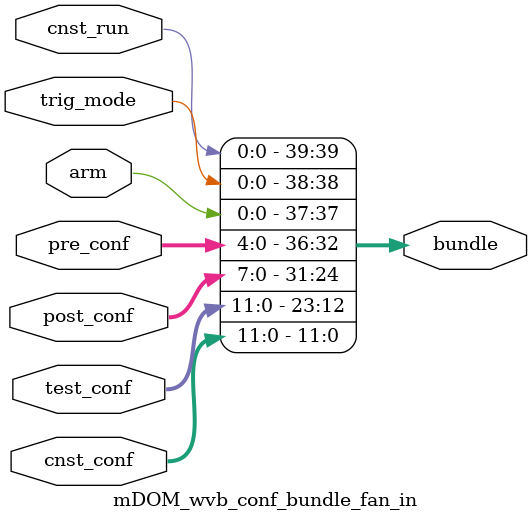
<source format=v>
module mDOM_wvb_conf_bundle_fan_in
  (
   bundle,
   cnst_conf,
   test_conf,
   post_conf,
   pre_conf,
   arm,
   trig_mode,
   cnst_run
  );

`include "mDOM_wvb_conf_bundle_inc.v"

   output [39:0] bundle;
   input [11:0] cnst_conf;
   input [11:0] test_conf;
   input [7:0] post_conf;
   input [4:0] pre_conf;
   input [0:0] arm;
   input [0:0] trig_mode;
   input [0:0] cnst_run;

assign bundle[11:0] = cnst_conf;
assign bundle[23:12] = test_conf;
assign bundle[31:24] = post_conf;
assign bundle[36:32] = pre_conf;
assign bundle[37:37] = arm;
assign bundle[38:38] = trig_mode;
assign bundle[39:39] = cnst_run;


endmodule

</source>
